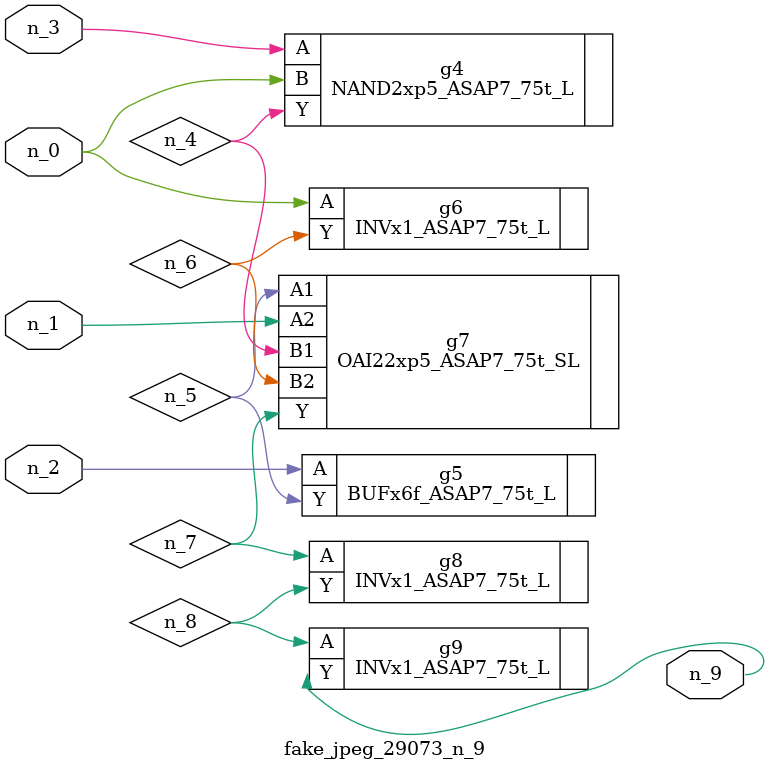
<source format=v>
module fake_jpeg_29073_n_9 (n_0, n_3, n_2, n_1, n_9);

input n_0;
input n_3;
input n_2;
input n_1;

output n_9;

wire n_4;
wire n_8;
wire n_6;
wire n_5;
wire n_7;

NAND2xp5_ASAP7_75t_L g4 ( 
.A(n_3),
.B(n_0),
.Y(n_4)
);

BUFx6f_ASAP7_75t_L g5 ( 
.A(n_2),
.Y(n_5)
);

INVx1_ASAP7_75t_L g6 ( 
.A(n_0),
.Y(n_6)
);

OAI22xp5_ASAP7_75t_SL g7 ( 
.A1(n_5),
.A2(n_1),
.B1(n_4),
.B2(n_6),
.Y(n_7)
);

INVx1_ASAP7_75t_L g8 ( 
.A(n_7),
.Y(n_8)
);

INVx1_ASAP7_75t_L g9 ( 
.A(n_8),
.Y(n_9)
);


endmodule
</source>
